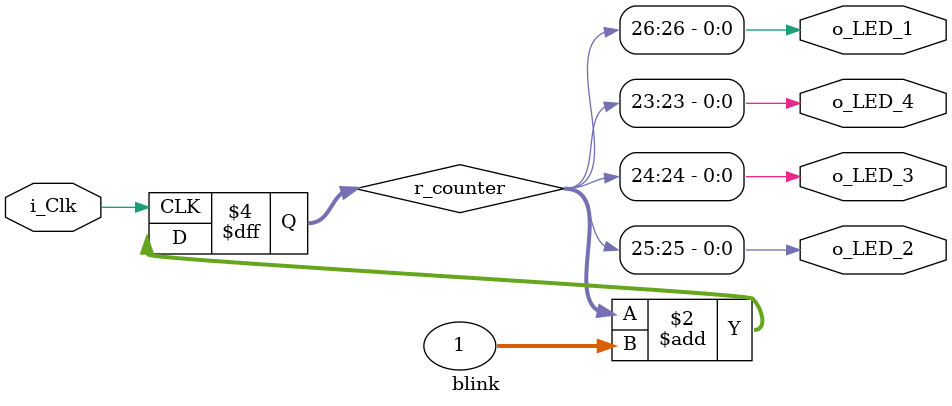
<source format=v>

module blink (
  input  i_Clk,
  output o_LED_1,
  output o_LED_2,
  output o_LED_3,
  output o_LED_4
);

  // 25MHz clock, ~24 bits needed for ~1 second
  reg [32:0] r_counter = 0;

  always @(posedge i_Clk) begin
    r_counter <= r_counter + 1;
  end

  // Each LED blinks at different rate
  assign o_LED_1 = r_counter[26];
  assign o_LED_2 = r_counter[25];
  assign o_LED_3 = r_counter[24];
  assign o_LED_4 = r_counter[23];

endmodule

</source>
